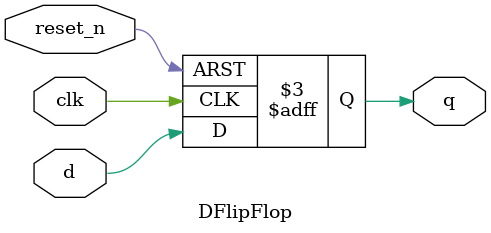
<source format=v>
module DFlipFlop (
  input wire clk,
  input wire reset_n, // Active-low asynchronous reset
  input wire d,       // Data input
  output reg q        // Data output
);

  always @(posedge clk or negedge reset_n) begin
    if (!reset_n) begin
      q <= 1'b0; 
    end else begin
      q <= d;
    end
  end

endmodule
</source>
